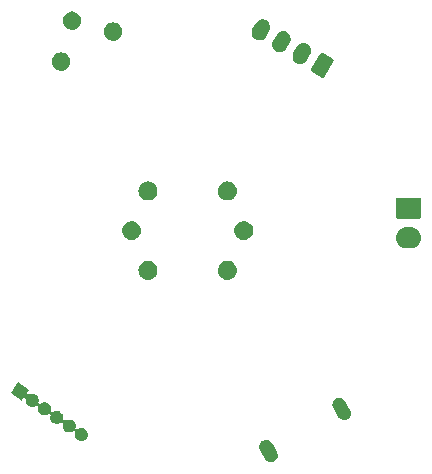
<source format=gbr>
G04 #@! TF.GenerationSoftware,KiCad,Pcbnew,(5.1.2-1)-1*
G04 #@! TF.CreationDate,2019-05-28T12:56:41-07:00*
G04 #@! TF.ProjectId,sensornode,73656e73-6f72-46e6-9f64-652e6b696361,rev?*
G04 #@! TF.SameCoordinates,Original*
G04 #@! TF.FileFunction,Soldermask,Bot*
G04 #@! TF.FilePolarity,Negative*
%FSLAX46Y46*%
G04 Gerber Fmt 4.6, Leading zero omitted, Abs format (unit mm)*
G04 Created by KiCad (PCBNEW (5.1.2-1)-1) date 2019-05-28 12:56:41*
%MOMM*%
%LPD*%
G04 APERTURE LIST*
%ADD10C,0.100000*%
G04 APERTURE END LIST*
D10*
G36*
X197681260Y-99129605D02*
G01*
X197787450Y-99169571D01*
X197883802Y-99229487D01*
X197966614Y-99307048D01*
X198016140Y-99376163D01*
X198016143Y-99376168D01*
X198016145Y-99376171D01*
X198174711Y-99650815D01*
X198469438Y-100161297D01*
X198504530Y-100238745D01*
X198530293Y-100349244D01*
X198534006Y-100462645D01*
X198524765Y-100518618D01*
X198515524Y-100574588D01*
X198515523Y-100574590D01*
X198515523Y-100574591D01*
X198475557Y-100680781D01*
X198415640Y-100777133D01*
X198338079Y-100859945D01*
X198245852Y-100926035D01*
X198142503Y-100972861D01*
X198032005Y-100998625D01*
X197918604Y-101002338D01*
X197870498Y-100994396D01*
X197806659Y-100983856D01*
X197777438Y-100972858D01*
X197700467Y-100943889D01*
X197604115Y-100883972D01*
X197521304Y-100806411D01*
X197471778Y-100737297D01*
X197471776Y-100737293D01*
X197471770Y-100737285D01*
X197018489Y-99952177D01*
X197018480Y-99952162D01*
X196983388Y-99874713D01*
X196963051Y-99787489D01*
X196957624Y-99764213D01*
X196956468Y-99728889D01*
X196953911Y-99650815D01*
X196972395Y-99538868D01*
X197012361Y-99432678D01*
X197072277Y-99336326D01*
X197149838Y-99253514D01*
X197242066Y-99187425D01*
X197345415Y-99140598D01*
X197427389Y-99121485D01*
X197455915Y-99114834D01*
X197491239Y-99113678D01*
X197569313Y-99111121D01*
X197681260Y-99129605D01*
X197681260Y-99129605D01*
G37*
G36*
X177467394Y-94889688D02*
G01*
X177336798Y-95076198D01*
X177324778Y-95097551D01*
X177317155Y-95120839D01*
X177314222Y-95145167D01*
X177316091Y-95169600D01*
X177322691Y-95193198D01*
X177333768Y-95215056D01*
X177348896Y-95234332D01*
X177367495Y-95250287D01*
X177388848Y-95262307D01*
X177412136Y-95269930D01*
X177436464Y-95272863D01*
X177460897Y-95270994D01*
X177484495Y-95264394D01*
X177498109Y-95258136D01*
X177528444Y-95241921D01*
X177632308Y-95210415D01*
X177713256Y-95202442D01*
X177767390Y-95202442D01*
X177848338Y-95210415D01*
X177952202Y-95241921D01*
X177967853Y-95250287D01*
X178047923Y-95293085D01*
X178131824Y-95361941D01*
X178200680Y-95445842D01*
X178237318Y-95514387D01*
X178251844Y-95541563D01*
X178283350Y-95645427D01*
X178293989Y-95753442D01*
X178284304Y-95851773D01*
X178283350Y-95861458D01*
X178275436Y-95887545D01*
X178270655Y-95911578D01*
X178270655Y-95936082D01*
X178275435Y-95960116D01*
X178284812Y-95982754D01*
X178298426Y-96003129D01*
X178315753Y-96020456D01*
X178336127Y-96034070D01*
X178358766Y-96043447D01*
X178382799Y-96048228D01*
X178407303Y-96048228D01*
X178431337Y-96043448D01*
X178453975Y-96034071D01*
X178471561Y-96022321D01*
X178545586Y-95982754D01*
X178568767Y-95970363D01*
X178672631Y-95938857D01*
X178753579Y-95930884D01*
X178807713Y-95930884D01*
X178888661Y-95938857D01*
X178992525Y-95970363D01*
X179015706Y-95982754D01*
X179088246Y-96021527D01*
X179172147Y-96090383D01*
X179241003Y-96174284D01*
X179271958Y-96232197D01*
X179292167Y-96270005D01*
X179323673Y-96373869D01*
X179334312Y-96481884D01*
X179324627Y-96580215D01*
X179323673Y-96589900D01*
X179315759Y-96615987D01*
X179310978Y-96640020D01*
X179310978Y-96664524D01*
X179315758Y-96688558D01*
X179325135Y-96711196D01*
X179338749Y-96731571D01*
X179356076Y-96748898D01*
X179376450Y-96762512D01*
X179399089Y-96771889D01*
X179423122Y-96776670D01*
X179447626Y-96776670D01*
X179471660Y-96771890D01*
X179494298Y-96762513D01*
X179511884Y-96750763D01*
X179585909Y-96711196D01*
X179609090Y-96698805D01*
X179712954Y-96667299D01*
X179793902Y-96659326D01*
X179848036Y-96659326D01*
X179928984Y-96667299D01*
X180032848Y-96698805D01*
X180056029Y-96711196D01*
X180128569Y-96749969D01*
X180212470Y-96818825D01*
X180281326Y-96902726D01*
X180312281Y-96960639D01*
X180332490Y-96998447D01*
X180363996Y-97102311D01*
X180374635Y-97210326D01*
X180367285Y-97284945D01*
X180363996Y-97318342D01*
X180356082Y-97344429D01*
X180351301Y-97368462D01*
X180351301Y-97392966D01*
X180356081Y-97417000D01*
X180365458Y-97439638D01*
X180379072Y-97460013D01*
X180396399Y-97477340D01*
X180416773Y-97490954D01*
X180439412Y-97500331D01*
X180463445Y-97505112D01*
X180487949Y-97505112D01*
X180511983Y-97500332D01*
X180534621Y-97490955D01*
X180552207Y-97479205D01*
X180649245Y-97427337D01*
X180649413Y-97427247D01*
X180753277Y-97395741D01*
X180834225Y-97387768D01*
X180888359Y-97387768D01*
X180969307Y-97395741D01*
X181073171Y-97427247D01*
X181073339Y-97427337D01*
X181168892Y-97478411D01*
X181252793Y-97547267D01*
X181321649Y-97631168D01*
X181352604Y-97689081D01*
X181372813Y-97726889D01*
X181404319Y-97830753D01*
X181414958Y-97938768D01*
X181405273Y-98037099D01*
X181404319Y-98046784D01*
X181396405Y-98072871D01*
X181391624Y-98096904D01*
X181391624Y-98121408D01*
X181396404Y-98145442D01*
X181405781Y-98168080D01*
X181419395Y-98188455D01*
X181436722Y-98205782D01*
X181457096Y-98219396D01*
X181479735Y-98228773D01*
X181503768Y-98233554D01*
X181528272Y-98233554D01*
X181552306Y-98228774D01*
X181574944Y-98219397D01*
X181592530Y-98207647D01*
X181666555Y-98168080D01*
X181689736Y-98155689D01*
X181793600Y-98124183D01*
X181874548Y-98116210D01*
X181928682Y-98116210D01*
X182009630Y-98124183D01*
X182113494Y-98155689D01*
X182136675Y-98168080D01*
X182209215Y-98206853D01*
X182293116Y-98275709D01*
X182361972Y-98359610D01*
X182392927Y-98417523D01*
X182413136Y-98455331D01*
X182444642Y-98559195D01*
X182455281Y-98667210D01*
X182444642Y-98775225D01*
X182413136Y-98879089D01*
X182413134Y-98879092D01*
X182361972Y-98974810D01*
X182293116Y-99058711D01*
X182209215Y-99127567D01*
X182140670Y-99164205D01*
X182113494Y-99178731D01*
X182009630Y-99210237D01*
X181928682Y-99218210D01*
X181874548Y-99218210D01*
X181793600Y-99210237D01*
X181689736Y-99178731D01*
X181662560Y-99164205D01*
X181594015Y-99127567D01*
X181510114Y-99058711D01*
X181441258Y-98974810D01*
X181390096Y-98879092D01*
X181390094Y-98879089D01*
X181358588Y-98775225D01*
X181347949Y-98667210D01*
X181358588Y-98559195D01*
X181366503Y-98533102D01*
X181371283Y-98509074D01*
X181371283Y-98484570D01*
X181366503Y-98460536D01*
X181357126Y-98437898D01*
X181343512Y-98417523D01*
X181326185Y-98400196D01*
X181305811Y-98386582D01*
X181283172Y-98377205D01*
X181259139Y-98372424D01*
X181234635Y-98372424D01*
X181210601Y-98377204D01*
X181187963Y-98386581D01*
X181170377Y-98398331D01*
X181134471Y-98417523D01*
X181073171Y-98450289D01*
X180969307Y-98481795D01*
X180888359Y-98489768D01*
X180834225Y-98489768D01*
X180753277Y-98481795D01*
X180649413Y-98450289D01*
X180622237Y-98435763D01*
X180553692Y-98399125D01*
X180469791Y-98330269D01*
X180400935Y-98246368D01*
X180349773Y-98150650D01*
X180349771Y-98150647D01*
X180318265Y-98046783D01*
X180307626Y-97938768D01*
X180318265Y-97830753D01*
X180326180Y-97804660D01*
X180330960Y-97780632D01*
X180330960Y-97756128D01*
X180326180Y-97732094D01*
X180316803Y-97709456D01*
X180303189Y-97689081D01*
X180285862Y-97671754D01*
X180265488Y-97658140D01*
X180242849Y-97648763D01*
X180218816Y-97643982D01*
X180194312Y-97643982D01*
X180170278Y-97648762D01*
X180147640Y-97658139D01*
X180130054Y-97669889D01*
X180094148Y-97689081D01*
X180032848Y-97721847D01*
X179928984Y-97753353D01*
X179848036Y-97761326D01*
X179793902Y-97761326D01*
X179712954Y-97753353D01*
X179609090Y-97721847D01*
X179581914Y-97707321D01*
X179513369Y-97670683D01*
X179429468Y-97601827D01*
X179360612Y-97517926D01*
X179309450Y-97422208D01*
X179309448Y-97422205D01*
X179277942Y-97318341D01*
X179267303Y-97210326D01*
X179277942Y-97102311D01*
X179285857Y-97076218D01*
X179290637Y-97052190D01*
X179290637Y-97027686D01*
X179285857Y-97003652D01*
X179276480Y-96981014D01*
X179262866Y-96960639D01*
X179245539Y-96943312D01*
X179225165Y-96929698D01*
X179202526Y-96920321D01*
X179178493Y-96915540D01*
X179153989Y-96915540D01*
X179129955Y-96920320D01*
X179107317Y-96929697D01*
X179089731Y-96941447D01*
X179053825Y-96960639D01*
X178992525Y-96993405D01*
X178888661Y-97024911D01*
X178807713Y-97032884D01*
X178753579Y-97032884D01*
X178672631Y-97024911D01*
X178568767Y-96993405D01*
X178541591Y-96978879D01*
X178473046Y-96942241D01*
X178389145Y-96873385D01*
X178320289Y-96789484D01*
X178269127Y-96693766D01*
X178269125Y-96693763D01*
X178237619Y-96589899D01*
X178226980Y-96481884D01*
X178237619Y-96373869D01*
X178245534Y-96347776D01*
X178250314Y-96323748D01*
X178250314Y-96299244D01*
X178245534Y-96275210D01*
X178236157Y-96252572D01*
X178222543Y-96232197D01*
X178205216Y-96214870D01*
X178184842Y-96201256D01*
X178162203Y-96191879D01*
X178138170Y-96187098D01*
X178113666Y-96187098D01*
X178089632Y-96191878D01*
X178066994Y-96201255D01*
X178049408Y-96213005D01*
X178013502Y-96232197D01*
X177952202Y-96264963D01*
X177848338Y-96296469D01*
X177767390Y-96304442D01*
X177713256Y-96304442D01*
X177632308Y-96296469D01*
X177528444Y-96264963D01*
X177501268Y-96250437D01*
X177432723Y-96213799D01*
X177348822Y-96144943D01*
X177279966Y-96061042D01*
X177228804Y-95965324D01*
X177228802Y-95965321D01*
X177197296Y-95861457D01*
X177186657Y-95753442D01*
X177192960Y-95689449D01*
X177192960Y-95664955D01*
X177188180Y-95640921D01*
X177178803Y-95618282D01*
X177165189Y-95597908D01*
X177147862Y-95580581D01*
X177127488Y-95566967D01*
X177104849Y-95557590D01*
X177080816Y-95552809D01*
X177056312Y-95552809D01*
X177032278Y-95557589D01*
X177009639Y-95566966D01*
X176989265Y-95580580D01*
X176966170Y-95605510D01*
X176835312Y-95792394D01*
X175932606Y-95160312D01*
X176564688Y-94257606D01*
X177467394Y-94889688D01*
X177467394Y-94889688D01*
G37*
G36*
X203873342Y-95554605D02*
G01*
X203979532Y-95594571D01*
X204075884Y-95654487D01*
X204158696Y-95732048D01*
X204208222Y-95801163D01*
X204208225Y-95801168D01*
X204208227Y-95801171D01*
X204495790Y-96299244D01*
X204661520Y-96586297D01*
X204696612Y-96663745D01*
X204722375Y-96774244D01*
X204726088Y-96887645D01*
X204723598Y-96902726D01*
X204707606Y-96999588D01*
X204707605Y-96999590D01*
X204707605Y-96999591D01*
X204667639Y-97105781D01*
X204607722Y-97202133D01*
X204530161Y-97284945D01*
X204437934Y-97351035D01*
X204334585Y-97397861D01*
X204224087Y-97423625D01*
X204110686Y-97427338D01*
X204062580Y-97419396D01*
X203998741Y-97408856D01*
X203956522Y-97392966D01*
X203892549Y-97368889D01*
X203796197Y-97308972D01*
X203713386Y-97231411D01*
X203663860Y-97162297D01*
X203663858Y-97162293D01*
X203663852Y-97162285D01*
X203210571Y-96377177D01*
X203210562Y-96377162D01*
X203175470Y-96299713D01*
X203150328Y-96191879D01*
X203149706Y-96189213D01*
X203148257Y-96144943D01*
X203145993Y-96075815D01*
X203164477Y-95963868D01*
X203204443Y-95857678D01*
X203264359Y-95761326D01*
X203341920Y-95678514D01*
X203434148Y-95612425D01*
X203537497Y-95565598D01*
X203619471Y-95546485D01*
X203647997Y-95539834D01*
X203683321Y-95538678D01*
X203761395Y-95536121D01*
X203873342Y-95554605D01*
X203873342Y-95554605D01*
G37*
G36*
X194337328Y-83961620D02*
G01*
X194415780Y-83969347D01*
X194516439Y-83999882D01*
X194566770Y-84015149D01*
X194705922Y-84089528D01*
X194827890Y-84189624D01*
X194927986Y-84311592D01*
X195002365Y-84450744D01*
X195002365Y-84450745D01*
X195048167Y-84601734D01*
X195063632Y-84758757D01*
X195048167Y-84915780D01*
X195017632Y-85016439D01*
X195002365Y-85066770D01*
X194927986Y-85205922D01*
X194827890Y-85327890D01*
X194705922Y-85427986D01*
X194566770Y-85502365D01*
X194516439Y-85517632D01*
X194415780Y-85548167D01*
X194337328Y-85555894D01*
X194298103Y-85559757D01*
X194219411Y-85559757D01*
X194180186Y-85555894D01*
X194101734Y-85548167D01*
X194001075Y-85517632D01*
X193950744Y-85502365D01*
X193811592Y-85427986D01*
X193689624Y-85327890D01*
X193589528Y-85205922D01*
X193515149Y-85066770D01*
X193499882Y-85016439D01*
X193469347Y-84915780D01*
X193453882Y-84758757D01*
X193469347Y-84601734D01*
X193515149Y-84450745D01*
X193515149Y-84450744D01*
X193589528Y-84311592D01*
X193689624Y-84189624D01*
X193811592Y-84089528D01*
X193950744Y-84015149D01*
X194001075Y-83999882D01*
X194101734Y-83969347D01*
X194180186Y-83961620D01*
X194219411Y-83957757D01*
X194298103Y-83957757D01*
X194337328Y-83961620D01*
X194337328Y-83961620D01*
G37*
G36*
X187619814Y-83961620D02*
G01*
X187698266Y-83969347D01*
X187798925Y-83999882D01*
X187849256Y-84015149D01*
X187988408Y-84089528D01*
X188110376Y-84189624D01*
X188210472Y-84311592D01*
X188284851Y-84450744D01*
X188284851Y-84450745D01*
X188330653Y-84601734D01*
X188346118Y-84758757D01*
X188330653Y-84915780D01*
X188300118Y-85016439D01*
X188284851Y-85066770D01*
X188210472Y-85205922D01*
X188110376Y-85327890D01*
X187988408Y-85427986D01*
X187849256Y-85502365D01*
X187798925Y-85517632D01*
X187698266Y-85548167D01*
X187619814Y-85555894D01*
X187580589Y-85559757D01*
X187501897Y-85559757D01*
X187462672Y-85555894D01*
X187384220Y-85548167D01*
X187283561Y-85517632D01*
X187233230Y-85502365D01*
X187094078Y-85427986D01*
X186972110Y-85327890D01*
X186872014Y-85205922D01*
X186797635Y-85066770D01*
X186782368Y-85016439D01*
X186751833Y-84915780D01*
X186736368Y-84758757D01*
X186751833Y-84601734D01*
X186797635Y-84450745D01*
X186797635Y-84450744D01*
X186872014Y-84311592D01*
X186972110Y-84189624D01*
X187094078Y-84089528D01*
X187233230Y-84015149D01*
X187283561Y-83999882D01*
X187384220Y-83969347D01*
X187462672Y-83961620D01*
X187501897Y-83957757D01*
X187580589Y-83957757D01*
X187619814Y-83961620D01*
X187619814Y-83961620D01*
G37*
G36*
X209860443Y-81105519D02*
G01*
X209926627Y-81112037D01*
X210096466Y-81163557D01*
X210252991Y-81247222D01*
X210288729Y-81276552D01*
X210390186Y-81359814D01*
X210473448Y-81461271D01*
X210502778Y-81497009D01*
X210586443Y-81653534D01*
X210637963Y-81823373D01*
X210655359Y-82000000D01*
X210637963Y-82176627D01*
X210586443Y-82346466D01*
X210502778Y-82502991D01*
X210473448Y-82538729D01*
X210390186Y-82640186D01*
X210288729Y-82723448D01*
X210252991Y-82752778D01*
X210096466Y-82836443D01*
X209926627Y-82887963D01*
X209860443Y-82894481D01*
X209794260Y-82901000D01*
X209405740Y-82901000D01*
X209339557Y-82894481D01*
X209273373Y-82887963D01*
X209103534Y-82836443D01*
X208947009Y-82752778D01*
X208911271Y-82723448D01*
X208809814Y-82640186D01*
X208726552Y-82538729D01*
X208697222Y-82502991D01*
X208613557Y-82346466D01*
X208562037Y-82176627D01*
X208544641Y-82000000D01*
X208562037Y-81823373D01*
X208613557Y-81653534D01*
X208697222Y-81497009D01*
X208726552Y-81461271D01*
X208809814Y-81359814D01*
X208911271Y-81276552D01*
X208947009Y-81247222D01*
X209103534Y-81163557D01*
X209273373Y-81112037D01*
X209339557Y-81105519D01*
X209405740Y-81099000D01*
X209794260Y-81099000D01*
X209860443Y-81105519D01*
X209860443Y-81105519D01*
G37*
G36*
X195728571Y-80602863D02*
G01*
X195807023Y-80610590D01*
X195907682Y-80641125D01*
X195958013Y-80656392D01*
X196097165Y-80730771D01*
X196219133Y-80830867D01*
X196319229Y-80952835D01*
X196393608Y-81091987D01*
X196393608Y-81091988D01*
X196439410Y-81242977D01*
X196454875Y-81400000D01*
X196439410Y-81557023D01*
X196410134Y-81653532D01*
X196393608Y-81708013D01*
X196319229Y-81847165D01*
X196219133Y-81969133D01*
X196097165Y-82069229D01*
X195958013Y-82143608D01*
X195907682Y-82158875D01*
X195807023Y-82189410D01*
X195728571Y-82197137D01*
X195689346Y-82201000D01*
X195610654Y-82201000D01*
X195571429Y-82197137D01*
X195492977Y-82189410D01*
X195392318Y-82158875D01*
X195341987Y-82143608D01*
X195202835Y-82069229D01*
X195080867Y-81969133D01*
X194980771Y-81847165D01*
X194906392Y-81708013D01*
X194889866Y-81653532D01*
X194860590Y-81557023D01*
X194845125Y-81400000D01*
X194860590Y-81242977D01*
X194906392Y-81091988D01*
X194906392Y-81091987D01*
X194980771Y-80952835D01*
X195080867Y-80830867D01*
X195202835Y-80730771D01*
X195341987Y-80656392D01*
X195392318Y-80641125D01*
X195492977Y-80610590D01*
X195571429Y-80602863D01*
X195610654Y-80599000D01*
X195689346Y-80599000D01*
X195728571Y-80602863D01*
X195728571Y-80602863D01*
G37*
G36*
X186228571Y-80602863D02*
G01*
X186307023Y-80610590D01*
X186407682Y-80641125D01*
X186458013Y-80656392D01*
X186597165Y-80730771D01*
X186719133Y-80830867D01*
X186819229Y-80952835D01*
X186893608Y-81091987D01*
X186893608Y-81091988D01*
X186939410Y-81242977D01*
X186954875Y-81400000D01*
X186939410Y-81557023D01*
X186910134Y-81653532D01*
X186893608Y-81708013D01*
X186819229Y-81847165D01*
X186719133Y-81969133D01*
X186597165Y-82069229D01*
X186458013Y-82143608D01*
X186407682Y-82158875D01*
X186307023Y-82189410D01*
X186228571Y-82197137D01*
X186189346Y-82201000D01*
X186110654Y-82201000D01*
X186071429Y-82197137D01*
X185992977Y-82189410D01*
X185892318Y-82158875D01*
X185841987Y-82143608D01*
X185702835Y-82069229D01*
X185580867Y-81969133D01*
X185480771Y-81847165D01*
X185406392Y-81708013D01*
X185389866Y-81653532D01*
X185360590Y-81557023D01*
X185345125Y-81400000D01*
X185360590Y-81242977D01*
X185406392Y-81091988D01*
X185406392Y-81091987D01*
X185480771Y-80952835D01*
X185580867Y-80830867D01*
X185702835Y-80730771D01*
X185841987Y-80656392D01*
X185892318Y-80641125D01*
X185992977Y-80610590D01*
X186071429Y-80602863D01*
X186110654Y-80599000D01*
X186189346Y-80599000D01*
X186228571Y-80602863D01*
X186228571Y-80602863D01*
G37*
G36*
X210508600Y-78602989D02*
G01*
X210541652Y-78613015D01*
X210572103Y-78629292D01*
X210598799Y-78651201D01*
X210620708Y-78677897D01*
X210636985Y-78708348D01*
X210647011Y-78741400D01*
X210651000Y-78781903D01*
X210651000Y-80218097D01*
X210647011Y-80258600D01*
X210636985Y-80291652D01*
X210620708Y-80322103D01*
X210598799Y-80348799D01*
X210572103Y-80370708D01*
X210541652Y-80386985D01*
X210508600Y-80397011D01*
X210468097Y-80401000D01*
X208731903Y-80401000D01*
X208691400Y-80397011D01*
X208658348Y-80386985D01*
X208627897Y-80370708D01*
X208601201Y-80348799D01*
X208579292Y-80322103D01*
X208563015Y-80291652D01*
X208552989Y-80258600D01*
X208549000Y-80218097D01*
X208549000Y-78781903D01*
X208552989Y-78741400D01*
X208563015Y-78708348D01*
X208579292Y-78677897D01*
X208601201Y-78651201D01*
X208627897Y-78629292D01*
X208658348Y-78613015D01*
X208691400Y-78602989D01*
X208731903Y-78599000D01*
X210468097Y-78599000D01*
X210508600Y-78602989D01*
X210508600Y-78602989D01*
G37*
G36*
X187619814Y-77244106D02*
G01*
X187698266Y-77251833D01*
X187798925Y-77282368D01*
X187849256Y-77297635D01*
X187988408Y-77372014D01*
X188110376Y-77472110D01*
X188210472Y-77594078D01*
X188284851Y-77733230D01*
X188284851Y-77733231D01*
X188330653Y-77884220D01*
X188346118Y-78041243D01*
X188330653Y-78198266D01*
X188300118Y-78298925D01*
X188284851Y-78349256D01*
X188210472Y-78488408D01*
X188110376Y-78610376D01*
X187988408Y-78710472D01*
X187849256Y-78784851D01*
X187798925Y-78800118D01*
X187698266Y-78830653D01*
X187619814Y-78838380D01*
X187580589Y-78842243D01*
X187501897Y-78842243D01*
X187462672Y-78838380D01*
X187384220Y-78830653D01*
X187283561Y-78800118D01*
X187233230Y-78784851D01*
X187094078Y-78710472D01*
X186972110Y-78610376D01*
X186872014Y-78488408D01*
X186797635Y-78349256D01*
X186782368Y-78298925D01*
X186751833Y-78198266D01*
X186736368Y-78041243D01*
X186751833Y-77884220D01*
X186797635Y-77733231D01*
X186797635Y-77733230D01*
X186872014Y-77594078D01*
X186972110Y-77472110D01*
X187094078Y-77372014D01*
X187233230Y-77297635D01*
X187283561Y-77282368D01*
X187384220Y-77251833D01*
X187462672Y-77244106D01*
X187501897Y-77240243D01*
X187580589Y-77240243D01*
X187619814Y-77244106D01*
X187619814Y-77244106D01*
G37*
G36*
X194337328Y-77244106D02*
G01*
X194415780Y-77251833D01*
X194516439Y-77282368D01*
X194566770Y-77297635D01*
X194705922Y-77372014D01*
X194827890Y-77472110D01*
X194927986Y-77594078D01*
X195002365Y-77733230D01*
X195002365Y-77733231D01*
X195048167Y-77884220D01*
X195063632Y-78041243D01*
X195048167Y-78198266D01*
X195017632Y-78298925D01*
X195002365Y-78349256D01*
X194927986Y-78488408D01*
X194827890Y-78610376D01*
X194705922Y-78710472D01*
X194566770Y-78784851D01*
X194516439Y-78800118D01*
X194415780Y-78830653D01*
X194337328Y-78838380D01*
X194298103Y-78842243D01*
X194219411Y-78842243D01*
X194180186Y-78838380D01*
X194101734Y-78830653D01*
X194001075Y-78800118D01*
X193950744Y-78784851D01*
X193811592Y-78710472D01*
X193689624Y-78610376D01*
X193589528Y-78488408D01*
X193515149Y-78349256D01*
X193499882Y-78298925D01*
X193469347Y-78198266D01*
X193453882Y-78041243D01*
X193469347Y-77884220D01*
X193515149Y-77733231D01*
X193515149Y-77733230D01*
X193589528Y-77594078D01*
X193689624Y-77472110D01*
X193811592Y-77372014D01*
X193950744Y-77297635D01*
X194001075Y-77282368D01*
X194101734Y-77251833D01*
X194180186Y-77244106D01*
X194219411Y-77240243D01*
X194298103Y-77240243D01*
X194337328Y-77244106D01*
X194337328Y-77244106D01*
G37*
G36*
X202297619Y-66347451D02*
G01*
X202335372Y-66356254D01*
X202376301Y-66374799D01*
X203149702Y-66821321D01*
X203186226Y-66847495D01*
X203212721Y-66875784D01*
X203233194Y-66908705D01*
X203246847Y-66944979D01*
X203253160Y-66983221D01*
X203251892Y-67021962D01*
X203243089Y-67059715D01*
X203224544Y-67100644D01*
X202503023Y-68350357D01*
X202476848Y-68386884D01*
X202448560Y-68413378D01*
X202415638Y-68433851D01*
X202379364Y-68447504D01*
X202341122Y-68453817D01*
X202302381Y-68452549D01*
X202264628Y-68443746D01*
X202223699Y-68425201D01*
X201450298Y-67978679D01*
X201413774Y-67952505D01*
X201387279Y-67924216D01*
X201366806Y-67891295D01*
X201353153Y-67855021D01*
X201346840Y-67816779D01*
X201348108Y-67778038D01*
X201356911Y-67740285D01*
X201375456Y-67699356D01*
X202096977Y-66449643D01*
X202123152Y-66413116D01*
X202151440Y-66386622D01*
X202184362Y-66366149D01*
X202220636Y-66352496D01*
X202258878Y-66346183D01*
X202297619Y-66347451D01*
X202297619Y-66347451D01*
G37*
G36*
X180315589Y-66328876D02*
G01*
X180414893Y-66348629D01*
X180555206Y-66406748D01*
X180681484Y-66491125D01*
X180788875Y-66598516D01*
X180873252Y-66724794D01*
X180931371Y-66865107D01*
X180961000Y-67014063D01*
X180961000Y-67165937D01*
X180931371Y-67314893D01*
X180873252Y-67455206D01*
X180788875Y-67581484D01*
X180681484Y-67688875D01*
X180555206Y-67773252D01*
X180414893Y-67831371D01*
X180334510Y-67847360D01*
X180265938Y-67861000D01*
X180114062Y-67861000D01*
X180045490Y-67847360D01*
X179965107Y-67831371D01*
X179824794Y-67773252D01*
X179698516Y-67688875D01*
X179591125Y-67581484D01*
X179506748Y-67455206D01*
X179448629Y-67314893D01*
X179419000Y-67165937D01*
X179419000Y-67014063D01*
X179448629Y-66865107D01*
X179506748Y-66724794D01*
X179591125Y-66598516D01*
X179698516Y-66491125D01*
X179824794Y-66406748D01*
X179965107Y-66348629D01*
X180064411Y-66328876D01*
X180114062Y-66319000D01*
X180265938Y-66319000D01*
X180315589Y-66328876D01*
X180315589Y-66328876D01*
G37*
G36*
X200790829Y-65513290D02*
G01*
X200835820Y-65523781D01*
X200915718Y-65542410D01*
X200915720Y-65542411D01*
X201032523Y-65595334D01*
X201136758Y-65670027D01*
X201224421Y-65763624D01*
X201292137Y-65872521D01*
X201337308Y-65992535D01*
X201358197Y-66119062D01*
X201354002Y-66247224D01*
X201344795Y-66286709D01*
X201324882Y-66372113D01*
X201285218Y-66459654D01*
X201005015Y-66944979D01*
X200978244Y-66991347D01*
X200922265Y-67069466D01*
X200828668Y-67157129D01*
X200719771Y-67224845D01*
X200599757Y-67270016D01*
X200536493Y-67280461D01*
X200473232Y-67290905D01*
X200473230Y-67290905D01*
X200345069Y-67286710D01*
X200300078Y-67276219D01*
X200220180Y-67257590D01*
X200103375Y-67204666D01*
X199999139Y-67129972D01*
X199911478Y-67036377D01*
X199897602Y-67014062D01*
X199843761Y-66927479D01*
X199798590Y-66807465D01*
X199777701Y-66680938D01*
X199781896Y-66552777D01*
X199796271Y-66491125D01*
X199811016Y-66427888D01*
X199850680Y-66340347D01*
X200157653Y-65808654D01*
X200213634Y-65730533D01*
X200307229Y-65642872D01*
X200307230Y-65642871D01*
X200416127Y-65575155D01*
X200536140Y-65529984D01*
X200599403Y-65519540D01*
X200662665Y-65509095D01*
X200662667Y-65509095D01*
X200790829Y-65513290D01*
X200790829Y-65513290D01*
G37*
G36*
X199058778Y-64513290D02*
G01*
X199103769Y-64523781D01*
X199183667Y-64542410D01*
X199183669Y-64542411D01*
X199300472Y-64595334D01*
X199404707Y-64670027D01*
X199492370Y-64763624D01*
X199560086Y-64872521D01*
X199605257Y-64992535D01*
X199626146Y-65119062D01*
X199621951Y-65247224D01*
X199612744Y-65286709D01*
X199592831Y-65372113D01*
X199553167Y-65459654D01*
X199246194Y-65991346D01*
X199218203Y-66030407D01*
X199190214Y-66069466D01*
X199096617Y-66157129D01*
X198987720Y-66224845D01*
X198867706Y-66270016D01*
X198804443Y-66280460D01*
X198741181Y-66290905D01*
X198741179Y-66290905D01*
X198613018Y-66286710D01*
X198568027Y-66276219D01*
X198488129Y-66257590D01*
X198371324Y-66204666D01*
X198267088Y-66129972D01*
X198179427Y-66036377D01*
X198152166Y-65992537D01*
X198111710Y-65927479D01*
X198066539Y-65807465D01*
X198045650Y-65680938D01*
X198049845Y-65552777D01*
X198060336Y-65507786D01*
X198078965Y-65427888D01*
X198118629Y-65340347D01*
X198425602Y-64808654D01*
X198481583Y-64730533D01*
X198575178Y-64642872D01*
X198575179Y-64642871D01*
X198684076Y-64575155D01*
X198804089Y-64529984D01*
X198867352Y-64519540D01*
X198930614Y-64509095D01*
X198930616Y-64509095D01*
X199058778Y-64513290D01*
X199058778Y-64513290D01*
G37*
G36*
X184714998Y-63788876D02*
G01*
X184814302Y-63808629D01*
X184954615Y-63866748D01*
X185080893Y-63951125D01*
X185188284Y-64058516D01*
X185272661Y-64184794D01*
X185330780Y-64325107D01*
X185350533Y-64424411D01*
X185360409Y-64474062D01*
X185360409Y-64625938D01*
X185351639Y-64670027D01*
X185330780Y-64774893D01*
X185272661Y-64915206D01*
X185188284Y-65041484D01*
X185080893Y-65148875D01*
X184954615Y-65233252D01*
X184814302Y-65291371D01*
X184714998Y-65311124D01*
X184665347Y-65321000D01*
X184513471Y-65321000D01*
X184463820Y-65311124D01*
X184364516Y-65291371D01*
X184224203Y-65233252D01*
X184097925Y-65148875D01*
X183990534Y-65041484D01*
X183906157Y-64915206D01*
X183848038Y-64774893D01*
X183827179Y-64670027D01*
X183818409Y-64625938D01*
X183818409Y-64474062D01*
X183828285Y-64424411D01*
X183848038Y-64325107D01*
X183906157Y-64184794D01*
X183990534Y-64058516D01*
X184097925Y-63951125D01*
X184224203Y-63866748D01*
X184364516Y-63808629D01*
X184463820Y-63788876D01*
X184513471Y-63779000D01*
X184665347Y-63779000D01*
X184714998Y-63788876D01*
X184714998Y-63788876D01*
G37*
G36*
X197326728Y-63513290D02*
G01*
X197371719Y-63523781D01*
X197451617Y-63542410D01*
X197451619Y-63542411D01*
X197568422Y-63595334D01*
X197672657Y-63670027D01*
X197760320Y-63763624D01*
X197828036Y-63872521D01*
X197873207Y-63992535D01*
X197873207Y-63992537D01*
X197892894Y-64111778D01*
X197894096Y-64119062D01*
X197889901Y-64247224D01*
X197889900Y-64247227D01*
X197860781Y-64372113D01*
X197821117Y-64459654D01*
X197514144Y-64991346D01*
X197458164Y-65069466D01*
X197364567Y-65157129D01*
X197255670Y-65224845D01*
X197135656Y-65270016D01*
X197072392Y-65280461D01*
X197009131Y-65290905D01*
X197009129Y-65290905D01*
X196880968Y-65286710D01*
X196835977Y-65276219D01*
X196756079Y-65257590D01*
X196639274Y-65204666D01*
X196535038Y-65129972D01*
X196447377Y-65036377D01*
X196420116Y-64992537D01*
X196379660Y-64927479D01*
X196334489Y-64807465D01*
X196313600Y-64680938D01*
X196317795Y-64552777D01*
X196336149Y-64474062D01*
X196346915Y-64427888D01*
X196386579Y-64340347D01*
X196693552Y-63808654D01*
X196749533Y-63730533D01*
X196843128Y-63642872D01*
X196843129Y-63642871D01*
X196952026Y-63575155D01*
X197072039Y-63529984D01*
X197135303Y-63519539D01*
X197198564Y-63509095D01*
X197198566Y-63509095D01*
X197326728Y-63513290D01*
X197326728Y-63513290D01*
G37*
G36*
X181245294Y-62859171D02*
G01*
X181344598Y-62878924D01*
X181484911Y-62937043D01*
X181611189Y-63021420D01*
X181718580Y-63128811D01*
X181802957Y-63255089D01*
X181861076Y-63395402D01*
X181861076Y-63395404D01*
X181884526Y-63513291D01*
X181890705Y-63544358D01*
X181890705Y-63696232D01*
X181861076Y-63845188D01*
X181802957Y-63985501D01*
X181718580Y-64111779D01*
X181611189Y-64219170D01*
X181484911Y-64303547D01*
X181344598Y-64361666D01*
X181245294Y-64381419D01*
X181195643Y-64391295D01*
X181043767Y-64391295D01*
X180994116Y-64381419D01*
X180894812Y-64361666D01*
X180754499Y-64303547D01*
X180628221Y-64219170D01*
X180520830Y-64111779D01*
X180436453Y-63985501D01*
X180378334Y-63845188D01*
X180348705Y-63696232D01*
X180348705Y-63544358D01*
X180354885Y-63513291D01*
X180378334Y-63395404D01*
X180378334Y-63395402D01*
X180436453Y-63255089D01*
X180520830Y-63128811D01*
X180628221Y-63021420D01*
X180754499Y-62937043D01*
X180894812Y-62878924D01*
X180994116Y-62859171D01*
X181043767Y-62849295D01*
X181195643Y-62849295D01*
X181245294Y-62859171D01*
X181245294Y-62859171D01*
G37*
M02*

</source>
